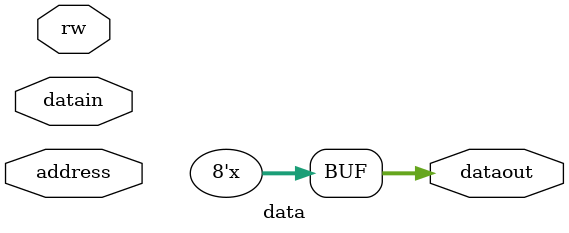
<source format=v>
`timescale 1ns / 1ps

module data(address, rw, datain, dataout);
	input [15:0] address; //16bit one-hot coded Address
	input rw;
	input [7:0] datain; //8bit data
	output reg [7:0] dataout; //8bit data
	
	reg [7:0] mem [15:0]; //RAM
	
	always @ (address or rw) //address and rw Trigger Block
	begin
		//High -> Write
		if(rw) 
		begin
			case (address)
				16'b0000_0000_0000_0001 : mem[0]=datain;
				16'b0000_0000_0000_0010 : mem[1]=datain;
				16'b0000_0000_0000_0100 : mem[2]=datain;
				16'b0000_0000_0000_1000 : mem[3]=datain;
				16'b0000_0000_0001_0000 : mem[4]=datain;
				16'b0000_0000_0010_0000 : mem[5]=datain;
				16'b0000_0000_0100_0000 : mem[6]=datain;
				16'b0000_0000_1000_0000 : mem[7]=datain;
				16'b0000_0001_0000_0000 : mem[8]=datain;
				16'b0000_0010_0000_0000 : mem[9]=datain;
				16'b0000_0100_0000_0000 : mem[10]=datain;
				16'b0000_1000_0000_0000 : mem[11]=datain;
				16'b0001_0000_0000_0000 : mem[12]=datain;
				16'b0010_0000_0000_0000 : mem[13]=datain;
				16'b0100_0000_0000_0000 : mem[14]=datain;
				16'b1000_0000_0000_0000 : mem[15]=datain;
				//default : 
			endcase
		end
		
		//Read
		else
		begin
			case (address)
				16'b0000_0000_0000_0001 : dataout=mem[0];
				16'b0000_0000_0000_0010 : dataout=mem[1];
				16'b0000_0000_0000_0100 : dataout=mem[2];
				16'b0000_0000_0000_1000 : dataout=mem[3];
				16'b0000_0000_0001_0000 : dataout=mem[4];
				16'b0000_0000_0010_0000 : dataout=mem[5];
				16'b0000_0000_0100_0000 : dataout=mem[6];
				16'b0000_0000_1000_0000 : dataout=mem[7];
				16'b0000_0001_0000_0000 : dataout=mem[8];
				16'b0000_0010_0000_0000 : dataout=mem[9];
				16'b0000_0100_0000_0000 : dataout=mem[10];
				16'b0000_1000_0000_0000 : dataout=mem[11];
				16'b0001_0000_0000_0000 : dataout=mem[12];
				16'b0010_0000_0000_0000 : dataout=mem[13];
				16'b0100_0000_0000_0000 : dataout=mem[14];
				16'b1000_0000_0000_0000 : dataout=mem[15];
				//default : 
			endcase
		end
	end
endmodule

</source>
